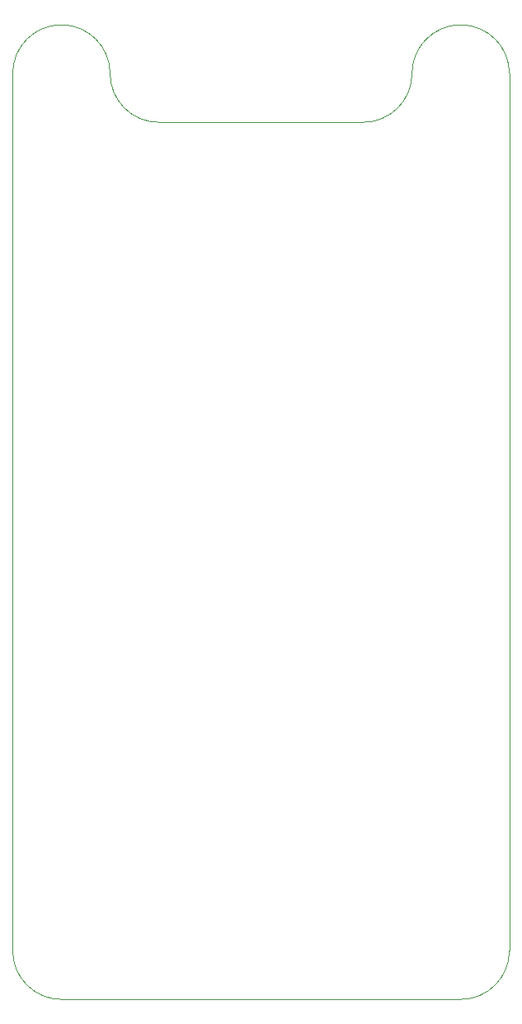
<source format=gbr>
%TF.GenerationSoftware,KiCad,Pcbnew,(5.1.10-1-10_14)*%
%TF.CreationDate,2022-01-16T21:07:01-08:00*%
%TF.ProjectId,Reflow_Heater,5265666c-6f77-45f4-9865-617465722e6b,rev?*%
%TF.SameCoordinates,Original*%
%TF.FileFunction,Profile,NP*%
%FSLAX46Y46*%
G04 Gerber Fmt 4.6, Leading zero omitted, Abs format (unit mm)*
G04 Created by KiCad (PCBNEW (5.1.10-1-10_14)) date 2022-01-16 21:07:01*
%MOMM*%
%LPD*%
G01*
G04 APERTURE LIST*
%TA.AperFunction,Profile*%
%ADD10C,0.050000*%
%TD*%
G04 APERTURE END LIST*
D10*
X96000000Y-165000000D02*
X55000000Y-165000000D01*
X91000000Y-70000000D02*
G75*
G02*
X86000000Y-75000000I-5000000J0D01*
G01*
X91000000Y-70000000D02*
G75*
G02*
X96000000Y-65000000I5000000J0D01*
G01*
X65000000Y-75000000D02*
G75*
G02*
X60000000Y-70000000I0J5000000D01*
G01*
X55000000Y-65000000D02*
G75*
G02*
X60000000Y-70000000I0J-5000000D01*
G01*
X50000000Y-70000000D02*
G75*
G02*
X55000000Y-65000000I5000000J0D01*
G01*
X96000000Y-65000000D02*
G75*
G02*
X101000000Y-70000000I0J-5000000D01*
G01*
X101000000Y-160000000D02*
G75*
G02*
X96000000Y-165000000I-5000000J0D01*
G01*
X55000000Y-165000000D02*
G75*
G02*
X50000000Y-160000000I0J5000000D01*
G01*
X86000000Y-75000000D02*
X65000000Y-75000000D01*
X101000000Y-160000000D02*
X101000000Y-70000000D01*
X50000000Y-70000000D02*
X50000000Y-160000000D01*
M02*

</source>
